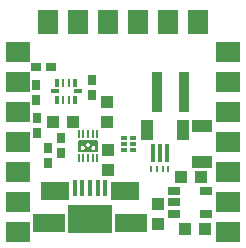
<source format=gts>
G04 DipTrace 2.4.0.2*
%INUSBBiPower3.gts*%
%MOIN*%
%ADD36C,0.0065*%
%ADD37C,0.007*%
%ADD50R,0.038X0.134*%
%ADD54R,0.0098X0.0236*%
%ADD55O,0.0098X0.0236*%
%ADD56R,0.0173X0.0646*%
%ADD57R,0.044X0.071*%
%ADD58R,0.071X0.044*%
%ADD64R,0.022X0.0134*%
%ADD71R,0.1492X0.0921*%
%ADD72R,0.1079X0.0646*%
%ADD73R,0.0961X0.0646*%
%ADD74R,0.0173X0.0547*%
%ADD75R,0.0449X0.0252*%
%ADD78R,0.011X0.0252*%
%ADD79R,0.011X0.0291*%
%ADD80R,0.0126X0.0291*%
%ADD81R,0.0291X0.0146*%
%ADD82R,0.037X0.0291*%
%ADD83R,0.0291X0.037*%
%ADD84R,0.0449X0.0409*%
%ADD85R,0.0409X0.0449*%
%ADD86R,0.0685X0.0816*%
%ADD87R,0.0816X0.0685*%
%FSLAX44Y44*%
G04*
G70*
G90*
G75*
G01*
%LNTopMask*%
%LPD*%
D87*
X10937Y4293D3*
X3937Y9293D3*
X10937Y7293D3*
Y8293D3*
Y9293D3*
Y10293D3*
D86*
X8937Y11293D3*
D87*
X3937Y4293D3*
Y5293D3*
Y6293D3*
Y7293D3*
D86*
X9937Y11293D3*
D85*
X6940Y7007D3*
Y6338D3*
X6893Y8613D3*
Y7944D3*
D84*
X5096Y7938D3*
X5765D3*
X10172Y4371D3*
X9502D3*
X9369Y6130D3*
X10039D3*
D85*
X8592Y5217D3*
Y4547D3*
D83*
X6411Y8848D3*
Y9360D3*
D87*
X10937Y5293D3*
Y6293D3*
X3937Y8293D3*
Y10293D3*
D83*
X4918Y6577D3*
Y7088D3*
X5368Y6909D3*
Y7420D3*
X4558Y8086D3*
Y7574D3*
X4540Y9200D3*
Y8688D3*
D82*
X4535Y9790D3*
X5047D3*
D81*
X5939Y8971D3*
D80*
X5840Y9267D3*
D79*
X5644D3*
X5447D3*
D80*
X5250D3*
D81*
X5151Y8971D3*
D80*
X5250Y8676D3*
D79*
X5447D3*
X5644D3*
D80*
X5840D3*
X5986Y7091D2*
D36*
X5987Y7099D1*
Y7107D1*
X5989Y7114D1*
X5990Y7122D1*
X5993Y7129D1*
X5995Y7136D1*
X5999Y7143D1*
X6002Y7149D1*
X6006Y7156D1*
X6011Y7162D1*
X6016Y7168D1*
X6021Y7173D1*
X6027Y7178D1*
X6033Y7182D1*
X6039Y7186D1*
X6045Y7190D1*
X6052Y7193D1*
X6059Y7196D1*
X6066Y7198D1*
X6073Y7200D1*
X6080Y7201D1*
X6088D1*
X6095D1*
X6102D1*
X6110Y7200D1*
X6117Y7198D1*
X6124Y7196D1*
X6131Y7193D1*
X6137Y7190D1*
X6144Y7186D1*
X6150Y7182D1*
X6156Y7178D1*
X6162Y7173D1*
X6167Y7168D1*
X6172Y7162D1*
X6176Y7156D1*
X6180Y7149D1*
X6184Y7143D1*
X6187Y7136D1*
X6190Y7129D1*
X6192Y7122D1*
X6194Y7114D1*
X6195Y7107D1*
X6196Y7099D1*
Y7091D1*
Y7084D1*
X6195Y7076D1*
X6194Y7068D1*
X6192Y7061D1*
X6190Y7054D1*
X6187Y7046D1*
X6184Y7040D1*
X6180Y7033D1*
X6176Y7027D1*
X6172Y7021D1*
X6167Y7015D1*
X6162Y7009D1*
X6156Y7005D1*
X6150Y7000D1*
X6144Y6996D1*
X6137Y6992D1*
X6131Y6989D1*
X6124Y6987D1*
X6117Y6984D1*
X6110Y6983D1*
X6102Y6982D1*
X6095Y6981D1*
X6088D1*
X6080Y6982D1*
X6073Y6983D1*
X6066Y6984D1*
X6059Y6987D1*
X6052Y6989D1*
X6045Y6992D1*
X6039Y6996D1*
X6033Y7000D1*
X6027Y7005D1*
X6021Y7009D1*
X6016Y7015D1*
X6011Y7021D1*
X6006Y7027D1*
X6002Y7033D1*
X5999Y7040D1*
X5995Y7046D1*
X5993Y7054D1*
X5990Y7061D1*
X5989Y7068D1*
X5987Y7076D1*
Y7084D1*
X5986Y7091D1*
X6341D2*
Y7099D1*
X6342Y7107D1*
X6343Y7114D1*
X6345Y7122D1*
X6347Y7129D1*
X6350Y7136D1*
X6353Y7143D1*
X6357Y7149D1*
X6361Y7156D1*
X6365Y7162D1*
X6370Y7168D1*
X6375Y7173D1*
X6381Y7178D1*
X6387Y7182D1*
X6393Y7186D1*
X6400Y7190D1*
X6406Y7193D1*
X6413Y7196D1*
X6420Y7198D1*
X6427Y7200D1*
X6435Y7201D1*
X6442D1*
X6449D1*
X6457D1*
X6464Y7200D1*
X6471Y7198D1*
X6478Y7196D1*
X6485Y7193D1*
X6492Y7190D1*
X6498Y7186D1*
X6504Y7182D1*
X6510Y7178D1*
X6516Y7173D1*
X6521Y7168D1*
X6526Y7162D1*
X6531Y7156D1*
X6535Y7149D1*
X6538Y7143D1*
X6542Y7136D1*
X6544Y7129D1*
X6547Y7122D1*
X6548Y7114D1*
X6550Y7107D1*
Y7099D1*
X6551Y7091D1*
X6550Y7084D1*
Y7076D1*
X6548Y7068D1*
X6547Y7061D1*
X6544Y7054D1*
X6542Y7046D1*
X6538Y7040D1*
X6535Y7033D1*
X6531Y7027D1*
X6526Y7021D1*
X6521Y7015D1*
X6516Y7009D1*
X6510Y7005D1*
X6504Y7000D1*
X6498Y6996D1*
X6492Y6992D1*
X6485Y6989D1*
X6478Y6987D1*
X6471Y6984D1*
X6464Y6983D1*
X6457Y6982D1*
X6449Y6981D1*
X6442D1*
X6435Y6982D1*
X6427Y6983D1*
X6420Y6984D1*
X6413Y6987D1*
X6406Y6989D1*
X6400Y6992D1*
X6393Y6996D1*
X6387Y7000D1*
X6381Y7005D1*
X6375Y7009D1*
X6370Y7015D1*
X6365Y7021D1*
X6361Y7027D1*
X6357Y7033D1*
X6353Y7040D1*
X6350Y7046D1*
X6347Y7054D1*
X6345Y7061D1*
X6343Y7068D1*
X6342Y7076D1*
X6341Y7084D1*
Y7091D1*
X6164Y7196D2*
Y7204D1*
X6165Y7211D1*
X6166Y7219D1*
X6168Y7226D1*
X6170Y7234D1*
X6173Y7241D1*
X6176Y7248D1*
X6180Y7254D1*
X6184Y7261D1*
X6188Y7267D1*
X6193Y7273D1*
X6198Y7278D1*
X6204Y7283D1*
X6210Y7287D1*
X6216Y7291D1*
X6223Y7295D1*
X6229Y7298D1*
X6236Y7301D1*
X6243Y7303D1*
X6250Y7304D1*
X6258Y7305D1*
X6265Y7306D1*
X6272D1*
X6280Y7305D1*
X6287Y7304D1*
X6294Y7303D1*
X6301Y7301D1*
X6308Y7298D1*
X6315Y7295D1*
X6321Y7291D1*
X6327Y7287D1*
X6333Y7283D1*
X6339Y7278D1*
X6344Y7273D1*
X6349Y7267D1*
X6353Y7261D1*
X6358Y7254D1*
X6361Y7248D1*
X6364Y7241D1*
X6367Y7234D1*
X6369Y7226D1*
X6371Y7219D1*
X6373Y7211D1*
Y7204D1*
X6374Y7196D1*
X6373Y7188D1*
Y7181D1*
X6371Y7173D1*
X6369Y7166D1*
X6367Y7158D1*
X6364Y7151D1*
X6361Y7144D1*
X6358Y7138D1*
X6353Y7131D1*
X6349Y7125D1*
X6344Y7120D1*
X6339Y7114D1*
X6333Y7109D1*
X6327Y7105D1*
X6321Y7101D1*
X6315Y7097D1*
X6308Y7094D1*
X6301Y7091D1*
X6294Y7089D1*
X6287Y7088D1*
X6280Y7087D1*
X6272Y7086D1*
X6265D1*
X6258Y7087D1*
X6250Y7088D1*
X6243Y7089D1*
X6236Y7091D1*
X6229Y7094D1*
X6223Y7097D1*
X6216Y7101D1*
X6210Y7105D1*
X6204Y7109D1*
X6198Y7114D1*
X6193Y7120D1*
X6188Y7125D1*
X6184Y7131D1*
X6180Y7138D1*
X6176Y7144D1*
X6173Y7151D1*
X6170Y7158D1*
X6168Y7166D1*
X6166Y7173D1*
X6165Y7181D1*
X6164Y7188D1*
Y7196D1*
G36*
X6376Y6955D2*
X6159D1*
Y7132D1*
X6376D1*
Y6955D1*
G37*
G36*
X6187Y7176D2*
X5948D1*
Y7310D1*
X6187D1*
Y7176D1*
G37*
G36*
X6578Y7180D2*
X6351D1*
Y7304D1*
X6578D1*
Y7180D1*
G37*
X6569Y6976D2*
D37*
X5974D1*
Y7319D1*
X6569D1*
Y6976D1*
D78*
X6583Y7541D3*
X6426D3*
X6268D3*
X6111D3*
X5953D3*
Y6754D3*
X6111D3*
X6268D3*
X6426D3*
X6583D3*
D75*
X9121Y5650D3*
Y5276D3*
Y4902D3*
X10184D3*
Y5650D3*
G36*
X4594Y11701D2*
X5280D1*
Y10885D1*
X4594D1*
Y11701D1*
G37*
D74*
X5822Y5763D3*
X6078D3*
X6333D3*
X6589D3*
X6845D3*
D73*
X5172Y5654D3*
X7495D3*
D72*
X4965Y4572D3*
X7702D3*
D71*
X6333Y4710D3*
D86*
X5937Y11293D3*
X6937D3*
X7937D3*
D50*
X9481Y8944D3*
X8551D3*
D54*
X8358Y6390D3*
D55*
X8555D3*
X8751D3*
X8948D3*
D56*
X8889Y6922D3*
X8653D3*
X8417D3*
D57*
X8239Y7690D3*
X9419D3*
D58*
X10074Y7815D3*
Y6635D3*
D64*
X7463Y7417D3*
Y7220D3*
Y7024D3*
X7766D3*
Y7220D3*
Y7417D3*
M02*

</source>
